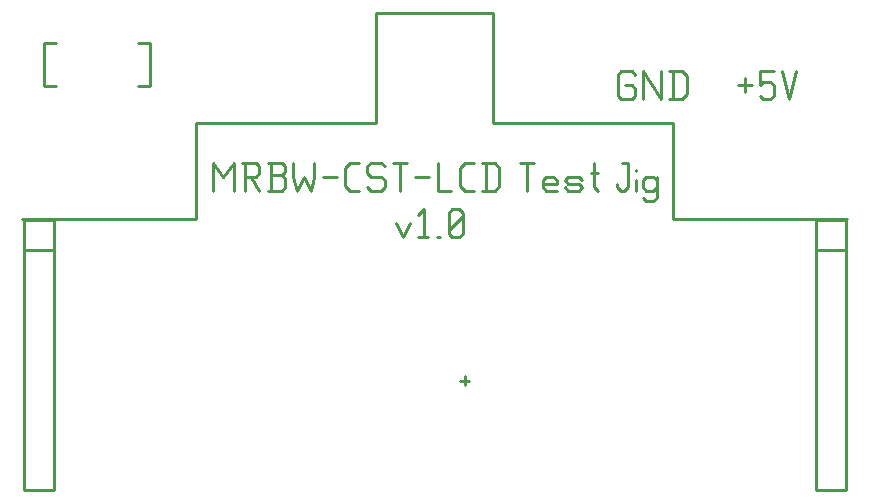
<source format=gbr>
G04 start of page 8 for group -4079 idx -4079 *
G04 Title: (unknown), topsilk *
G04 Creator: pcb 20140316 *
G04 CreationDate: Thu 02 Jul 2020 08:53:44 PM GMT UTC *
G04 For: railfan *
G04 Format: Gerber/RS-274X *
G04 PCB-Dimensions (mil): 2750.00 2500.00 *
G04 PCB-Coordinate-Origin: lower left *
%MOIN*%
%FSLAX25Y25*%
%LNTOPSILK*%
%ADD49C,0.0116*%
%ADD48C,0.0093*%
%ADD47C,0.0100*%
G54D47*X118000Y159500D02*Y123000D01*
X157000Y159500D02*Y123000D01*
X118000Y159500D02*X157000D01*
X217000Y123000D02*Y91000D01*
X157000Y123000D02*X217000D01*
X0Y91000D02*X58000D01*
Y123000D01*
X118000D01*
X275000Y91000D02*X217000D01*
X147500Y38500D02*Y35500D01*
X146000Y37000D02*X149000D01*
G54D48*X203140Y140180D02*X204300Y139020D01*
X199660Y140180D02*X203140D01*
X198500Y139020D02*X199660Y140180D01*
X198500Y139020D02*Y132060D01*
X199660Y130900D01*
X203140D01*
X204300Y132060D01*
Y134380D02*Y132060D01*
X203140Y135540D02*X204300Y134380D01*
X200820Y135540D02*X203140D01*
X207084Y140180D02*Y130900D01*
Y140180D02*X212884Y130900D01*
Y140180D02*Y130900D01*
X216828Y140180D02*Y130900D01*
X219844Y140180D02*X221468Y138556D01*
Y132524D01*
X219844Y130900D02*X221468Y132524D01*
X215668Y130900D02*X219844D01*
X215668Y140180D02*X219844D01*
X238500Y135540D02*X243140D01*
X240820Y137860D02*Y133220D01*
X245924Y140180D02*X250564D01*
X245924D02*Y135540D01*
X247084Y136700D01*
X249404D01*
X250564Y135540D01*
Y132060D01*
X249404Y130900D02*X250564Y132060D01*
X247084Y130900D02*X249404D01*
X245924Y132060D02*X247084Y130900D01*
X253348Y140180D02*X255668Y130900D01*
X257988Y140180D01*
X63500Y109680D02*Y100400D01*
Y109680D02*X66980Y105040D01*
X70460Y109680D01*
Y100400D01*
X73244Y109680D02*X77884D01*
X79044Y108520D01*
Y106200D01*
X77884Y105040D02*X79044Y106200D01*
X74404Y105040D02*X77884D01*
X74404Y109680D02*Y100400D01*
X76260Y105040D02*X79044Y100400D01*
X81828D02*X86468D01*
X87628Y101560D01*
Y104344D02*Y101560D01*
X86468Y105504D02*X87628Y104344D01*
X82988Y105504D02*X86468D01*
X82988Y109680D02*Y100400D01*
X81828Y109680D02*X86468D01*
X87628Y108520D01*
Y106664D01*
X86468Y105504D02*X87628Y106664D01*
X90412Y109680D02*Y105040D01*
X91572Y100400D01*
X93892Y105040D01*
X96212Y100400D01*
X97372Y105040D01*
Y109680D02*Y105040D01*
X100156D02*X104796D01*
X109204Y100400D02*X112220D01*
X107580Y102024D02*X109204Y100400D01*
X107580Y108056D02*Y102024D01*
Y108056D02*X109204Y109680D01*
X112220D01*
X119644D02*X120804Y108520D01*
X116164Y109680D02*X119644D01*
X115004Y108520D02*X116164Y109680D01*
X115004Y108520D02*Y106200D01*
X116164Y105040D01*
X119644D01*
X120804Y103880D01*
Y101560D01*
X119644Y100400D02*X120804Y101560D01*
X116164Y100400D02*X119644D01*
X115004Y101560D02*X116164Y100400D01*
X123588Y109680D02*X128228D01*
X125908D02*Y100400D01*
X131012Y105040D02*X135652D01*
X138436Y109680D02*Y100400D01*
X143076D01*
X147484D02*X150500D01*
X145860Y102024D02*X147484Y100400D01*
X145860Y108056D02*Y102024D01*
Y108056D02*X147484Y109680D01*
X150500D01*
X154444D02*Y100400D01*
X157460Y109680D02*X159084Y108056D01*
Y102024D01*
X157460Y100400D02*X159084Y102024D01*
X153284Y100400D02*X157460D01*
X153284Y109680D02*X157460D01*
X166044D02*X170684D01*
X168364D02*Y100400D01*
X174628D02*X178108D01*
X173468Y101560D02*X174628Y100400D01*
X173468Y103880D02*Y101560D01*
Y103880D02*X174628Y105040D01*
X176948D01*
X178108Y103880D01*
X173468Y102720D02*X178108D01*
Y103880D02*Y102720D01*
X182052Y100400D02*X185532D01*
X186692Y101560D01*
X185532Y102720D02*X186692Y101560D01*
X182052Y102720D02*X185532D01*
X180892Y103880D02*X182052Y102720D01*
X180892Y103880D02*X182052Y105040D01*
X185532D01*
X186692Y103880D01*
X180892Y101560D02*X182052Y100400D01*
X190636Y109680D02*Y101560D01*
X191796Y100400D01*
X189476Y106200D02*X191796D01*
X199916Y109680D02*X201772D01*
Y101560D01*
X200612Y100400D02*X201772Y101560D01*
X199452Y100400D02*X200612D01*
X198292Y101560D02*X199452Y100400D01*
X198292Y102720D02*Y101560D01*
G54D49*X204556Y107360D02*Y107128D01*
G54D48*Y103880D02*Y100400D01*
X210356Y105040D02*X211516Y103880D01*
X208036Y105040D02*X210356D01*
X206876Y103880D02*X208036Y105040D01*
X206876Y103880D02*Y101560D01*
X208036Y100400D01*
X210356D01*
X211516Y101560D01*
X206876Y98080D02*X208036Y96920D01*
X210356D01*
X211516Y98080D01*
Y105040D02*Y98080D01*
X124500Y89540D02*X126820Y84900D01*
X129140Y89540D02*X126820Y84900D01*
X131924Y92324D02*X133780Y94180D01*
Y84900D01*
X131924D02*X135404D01*
X138188D02*X139348D01*
X142132Y86060D02*X143292Y84900D01*
X142132Y93020D02*Y86060D01*
Y93020D02*X143292Y94180D01*
X145612D01*
X146772Y93020D01*
Y86060D01*
X145612Y84900D02*X146772Y86060D01*
X143292Y84900D02*X145612D01*
X142132Y87220D02*X146772Y91860D01*
G54D47*X264500Y90500D02*Y500D01*
X274500D01*
Y90500D01*
X264500D01*
Y80500D02*X274500D01*
Y90500D01*
X500D02*Y500D01*
X10500D01*
Y90500D01*
X500D01*
Y80500D02*X10500D01*
Y90500D01*
X7300Y149600D02*Y135400D01*
Y149600D02*X11300D01*
X7300Y135400D02*X11300D01*
X42700Y149600D02*Y135400D01*
Y149600D02*X38700D01*
X42700Y135400D02*X38700D01*
M02*

</source>
